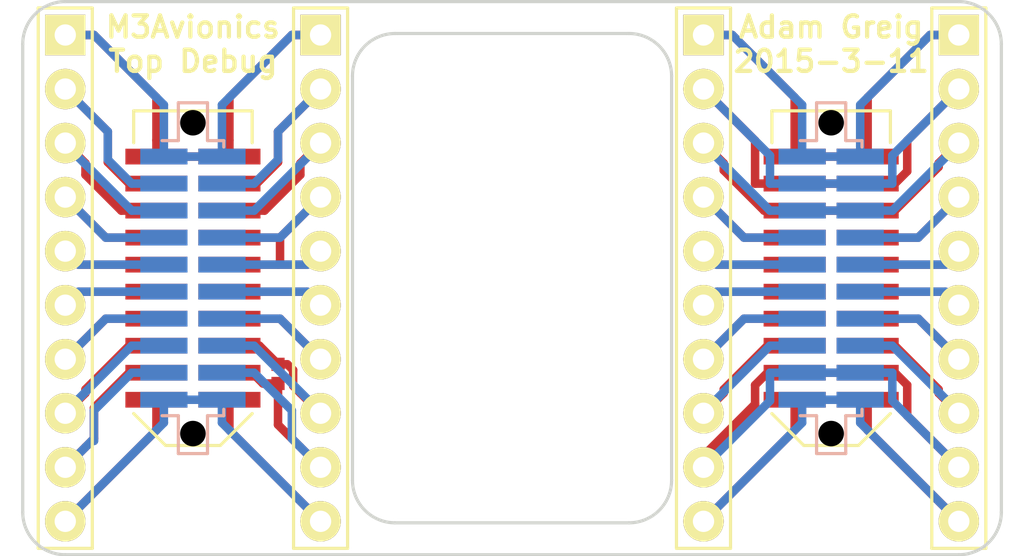
<source format=kicad_pcb>
(kicad_pcb (version 4) (host pcbnew 0.201601071449+6428~40~ubuntu14.04.1-stable)

  (general
    (links 93)
    (no_connects 3)
    (area 75.655 86.844999 124.195 113.155001)
    (thickness 1.6)
    (drawings 18)
    (tracks 247)
    (zones 0)
    (modules 9)
    (nets 30)
  )

  (page A4)
  (layers
    (0 F.Cu signal)
    (31 B.Cu signal)
    (32 B.Adhes user)
    (33 F.Adhes user)
    (34 B.Paste user)
    (35 F.Paste user)
    (36 B.SilkS user)
    (37 F.SilkS user)
    (38 B.Mask user)
    (39 F.Mask user)
    (40 Dwgs.User user)
    (41 Cmts.User user)
    (42 Eco1.User user)
    (43 Eco2.User user)
    (44 Edge.Cuts user)
    (45 Margin user)
    (46 B.CrtYd user)
    (47 F.CrtYd user)
    (48 B.Fab user)
    (49 F.Fab user)
  )

  (setup
    (last_trace_width 0.4)
    (trace_clearance 0.2)
    (zone_clearance 0.508)
    (zone_45_only no)
    (trace_min 0.2)
    (segment_width 0.2)
    (edge_width 0.15)
    (via_size 0.8)
    (via_drill 0.4)
    (via_min_size 0.4)
    (via_min_drill 0.3)
    (uvia_size 0.3)
    (uvia_drill 0.1)
    (uvias_allowed no)
    (uvia_min_size 0.2)
    (uvia_min_drill 0.1)
    (pcb_text_width 0.3)
    (pcb_text_size 1.5 1.5)
    (mod_edge_width 0.15)
    (mod_text_size 1 1)
    (mod_text_width 0.15)
    (pad_size 1.524 1.524)
    (pad_drill 0.762)
    (pad_to_mask_clearance 0)
    (aux_axis_origin 0 0)
    (visible_elements FFFFFF7F)
    (pcbplotparams
      (layerselection 0x010f0_ffffffff)
      (usegerberextensions true)
      (excludeedgelayer true)
      (linewidth 0.100000)
      (plotframeref false)
      (viasonmask false)
      (mode 1)
      (useauxorigin false)
      (hpglpennumber 1)
      (hpglpenspeed 20)
      (hpglpendiameter 15)
      (hpglpenoverlay 2)
      (psnegative false)
      (psa4output false)
      (plotreference false)
      (plotvalue false)
      (plotinvisibletext false)
      (padsonsilk false)
      (subtractmaskfromsilk true)
      (outputformat 1)
      (mirror false)
      (drillshape 0)
      (scaleselection 1)
      (outputdirectory gerbers/))
  )

  (net 0 "")
  (net 1 GND)
  (net 2 /3v3_IMU)
  (net 3 /JTMS)
  (net 4 /3v3_RADIO)
  (net 5 /JTCK)
  (net 6 /3v3_FC)
  (net 7 /JTDI)
  (net 8 /3v3_PYRO)
  (net 9 /3v3_DL)
  (net 10 /RSVD1)
  (net 11 /3v3_AUX1)
  (net 12 /5v_CAN)
  (net 13 /3v3_AUX2)
  (net 14 /CAN-)
  (net 15 /RSVD2)
  (net 16 /CAN+)
  (net 17 /PYRO_SO)
  (net 18 /PYRO_SI)
  (net 19 /5v_RADIO)
  (net 20 /PYRO1)
  (net 21 /5v_IMU)
  (net 22 /PYRO2)
  (net 23 /5v_AUX1)
  (net 24 /PYRO3)
  (net 25 /5v_AUX2)
  (net 26 /PYRO4)
  (net 27 /5v_CAM)
  (net 28 /PWR)
  (net 29 /CHARGE)

  (net_class Default "This is the default net class."
    (clearance 0.2)
    (trace_width 0.4)
    (via_dia 0.8)
    (via_drill 0.4)
    (uvia_dia 0.3)
    (uvia_drill 0.1)
    (add_net /3v3_AUX1)
    (add_net /3v3_AUX2)
    (add_net /3v3_DL)
    (add_net /3v3_FC)
    (add_net /3v3_IMU)
    (add_net /3v3_PYRO)
    (add_net /3v3_RADIO)
    (add_net /5v_AUX1)
    (add_net /5v_AUX2)
    (add_net /5v_CAM)
    (add_net /5v_CAN)
    (add_net /5v_IMU)
    (add_net /5v_RADIO)
    (add_net /CAN+)
    (add_net /CAN-)
    (add_net /CHARGE)
    (add_net /JTCK)
    (add_net /JTDI)
    (add_net /JTMS)
    (add_net /PWR)
    (add_net /PYRO1)
    (add_net /PYRO2)
    (add_net /PYRO3)
    (add_net /PYRO4)
    (add_net /PYRO_SI)
    (add_net /PYRO_SO)
    (add_net /RSVD1)
    (add_net /RSVD2)
    (add_net GND)
  )

  (module agg:TFML-110-02-L-D (layer F.Cu) (tedit 56B15E0A) (tstamp 56E215B2)
    (at 85 100 270)
    (path /56BABEF1)
    (fp_text reference J1 (at 0 -4.125 270) (layer F.Fab)
      (effects (font (size 1 1) (thickness 0.15)))
    )
    (fp_text value "WEST TOP" (at 0 4.125 270) (layer F.Fab)
      (effects (font (size 1 1) (thickness 0.15)))
    )
    (fp_line (start -7.94 -2.86) (end 7.94 -2.86) (layer F.Fab) (width 0.01))
    (fp_line (start 7.94 -2.86) (end 7.94 2.86) (layer F.Fab) (width 0.01))
    (fp_line (start 7.94 2.86) (end -7.94 2.86) (layer F.Fab) (width 0.01))
    (fp_line (start -7.94 2.86) (end -7.94 -2.86) (layer F.Fab) (width 0.01))
    (fp_line (start -8.6 -3.45) (end 8.6 -3.45) (layer F.CrtYd) (width 0.01))
    (fp_line (start 8.6 -3.45) (end 8.6 3.45) (layer F.CrtYd) (width 0.01))
    (fp_line (start 8.6 3.45) (end -8.6 3.45) (layer F.CrtYd) (width 0.01))
    (fp_line (start -8.6 3.45) (end -8.6 -3.45) (layer F.CrtYd) (width 0.01))
    (fp_line (start -6.365 -2.785) (end -7.865 -2.785) (layer F.SilkS) (width 0.15))
    (fp_line (start -7.865 -2.785) (end -7.865 2.785) (layer F.SilkS) (width 0.15))
    (fp_line (start -7.865 2.785) (end -6.365 2.785) (layer F.SilkS) (width 0.15))
    (fp_line (start 6.365 2.785) (end 7.865 1.285) (layer F.SilkS) (width 0.15))
    (fp_line (start 7.865 1.285) (end 7.865 -1.285) (layer F.SilkS) (width 0.15))
    (fp_line (start 7.865 -1.285) (end 6.365 -2.785) (layer F.SilkS) (width 0.15))
    (pad 1 smd rect (at -5.715 1.715 270) (size 0.74 2.92) (layers F.Cu F.Paste F.Mask)
      (net 1 GND))
    (pad 2 smd rect (at -5.715 -1.715 270) (size 0.74 2.92) (layers F.Cu F.Paste F.Mask)
      (net 1 GND))
    (pad 3 smd rect (at -4.445 1.715 270) (size 0.74 2.92) (layers F.Cu F.Paste F.Mask)
      (net 2 /3v3_IMU))
    (pad 4 smd rect (at -4.445 -1.715 270) (size 0.74 2.92) (layers F.Cu F.Paste F.Mask)
      (net 3 /JTMS))
    (pad 5 smd rect (at -3.175 1.715 270) (size 0.74 2.92) (layers F.Cu F.Paste F.Mask)
      (net 4 /3v3_RADIO))
    (pad 6 smd rect (at -3.175 -1.715 270) (size 0.74 2.92) (layers F.Cu F.Paste F.Mask)
      (net 5 /JTCK))
    (pad 7 smd rect (at -1.905 1.715 270) (size 0.74 2.92) (layers F.Cu F.Paste F.Mask)
      (net 6 /3v3_FC))
    (pad 8 smd rect (at -1.905 -1.715 270) (size 0.74 2.92) (layers F.Cu F.Paste F.Mask)
      (net 7 /JTDI))
    (pad 9 smd rect (at -0.635 1.715 270) (size 0.74 2.92) (layers F.Cu F.Paste F.Mask)
      (net 8 /3v3_PYRO))
    (pad 10 smd rect (at -0.635 -1.715 270) (size 0.74 2.92) (layers F.Cu F.Paste F.Mask)
      (net 7 /JTDI))
    (pad 11 smd rect (at 0.635 1.715 270) (size 0.74 2.92) (layers F.Cu F.Paste F.Mask)
      (net 9 /3v3_DL))
    (pad 12 smd rect (at 0.635 -1.715 270) (size 0.74 2.92) (layers F.Cu F.Paste F.Mask)
      (net 10 /RSVD1))
    (pad 13 smd rect (at 1.905 1.715 270) (size 0.74 2.92) (layers F.Cu F.Paste F.Mask)
      (net 11 /3v3_AUX1))
    (pad 14 smd rect (at 1.905 -1.715 270) (size 0.74 2.92) (layers F.Cu F.Paste F.Mask)
      (net 12 /5v_CAN))
    (pad 15 smd rect (at 3.175 1.715 270) (size 0.74 2.92) (layers F.Cu F.Paste F.Mask)
      (net 13 /3v3_AUX2))
    (pad 16 smd rect (at 3.175 -1.715 270) (size 0.74 2.92) (layers F.Cu F.Paste F.Mask)
      (net 14 /CAN-))
    (pad 17 smd rect (at 4.445 1.715 270) (size 0.74 2.92) (layers F.Cu F.Paste F.Mask)
      (net 15 /RSVD2))
    (pad 18 smd rect (at 4.445 -1.715 270) (size 0.74 2.92) (layers F.Cu F.Paste F.Mask)
      (net 16 /CAN+))
    (pad 19 smd rect (at 5.715 1.715 270) (size 0.74 2.92) (layers F.Cu F.Paste F.Mask)
      (net 1 GND))
    (pad 20 smd rect (at 5.715 -1.715 270) (size 0.74 2.92) (layers F.Cu F.Paste F.Mask)
      (net 1 GND))
  )

  (module agg:TFML-110-02-L-D (layer F.Cu) (tedit 56B15E0A) (tstamp 56E215D8)
    (at 115 100 270)
    (path /56BABE9D)
    (fp_text reference J2 (at 0 -4.125 270) (layer F.Fab)
      (effects (font (size 1 1) (thickness 0.15)))
    )
    (fp_text value "EAST TOP" (at 0 4.125 270) (layer F.Fab)
      (effects (font (size 1 1) (thickness 0.15)))
    )
    (fp_line (start -7.94 -2.86) (end 7.94 -2.86) (layer F.Fab) (width 0.01))
    (fp_line (start 7.94 -2.86) (end 7.94 2.86) (layer F.Fab) (width 0.01))
    (fp_line (start 7.94 2.86) (end -7.94 2.86) (layer F.Fab) (width 0.01))
    (fp_line (start -7.94 2.86) (end -7.94 -2.86) (layer F.Fab) (width 0.01))
    (fp_line (start -8.6 -3.45) (end 8.6 -3.45) (layer F.CrtYd) (width 0.01))
    (fp_line (start 8.6 -3.45) (end 8.6 3.45) (layer F.CrtYd) (width 0.01))
    (fp_line (start 8.6 3.45) (end -8.6 3.45) (layer F.CrtYd) (width 0.01))
    (fp_line (start -8.6 3.45) (end -8.6 -3.45) (layer F.CrtYd) (width 0.01))
    (fp_line (start -6.365 -2.785) (end -7.865 -2.785) (layer F.SilkS) (width 0.15))
    (fp_line (start -7.865 -2.785) (end -7.865 2.785) (layer F.SilkS) (width 0.15))
    (fp_line (start -7.865 2.785) (end -6.365 2.785) (layer F.SilkS) (width 0.15))
    (fp_line (start 6.365 2.785) (end 7.865 1.285) (layer F.SilkS) (width 0.15))
    (fp_line (start 7.865 1.285) (end 7.865 -1.285) (layer F.SilkS) (width 0.15))
    (fp_line (start 7.865 -1.285) (end 6.365 -2.785) (layer F.SilkS) (width 0.15))
    (pad 1 smd rect (at -5.715 1.715 270) (size 0.74 2.92) (layers F.Cu F.Paste F.Mask)
      (net 1 GND))
    (pad 2 smd rect (at -5.715 -1.715 270) (size 0.74 2.92) (layers F.Cu F.Paste F.Mask)
      (net 1 GND))
    (pad 3 smd rect (at -4.445 1.715 270) (size 0.74 2.92) (layers F.Cu F.Paste F.Mask)
      (net 17 /PYRO_SO))
    (pad 4 smd rect (at -4.445 -1.715 270) (size 0.74 2.92) (layers F.Cu F.Paste F.Mask)
      (net 17 /PYRO_SO))
    (pad 5 smd rect (at -3.175 1.715 270) (size 0.74 2.92) (layers F.Cu F.Paste F.Mask)
      (net 18 /PYRO_SI))
    (pad 6 smd rect (at -3.175 -1.715 270) (size 0.74 2.92) (layers F.Cu F.Paste F.Mask)
      (net 18 /PYRO_SI))
    (pad 7 smd rect (at -1.905 1.715 270) (size 0.74 2.92) (layers F.Cu F.Paste F.Mask)
      (net 19 /5v_RADIO))
    (pad 8 smd rect (at -1.905 -1.715 270) (size 0.74 2.92) (layers F.Cu F.Paste F.Mask)
      (net 20 /PYRO1))
    (pad 9 smd rect (at -0.635 1.715 270) (size 0.74 2.92) (layers F.Cu F.Paste F.Mask)
      (net 21 /5v_IMU))
    (pad 10 smd rect (at -0.635 -1.715 270) (size 0.74 2.92) (layers F.Cu F.Paste F.Mask)
      (net 22 /PYRO2))
    (pad 11 smd rect (at 0.635 1.715 270) (size 0.74 2.92) (layers F.Cu F.Paste F.Mask)
      (net 23 /5v_AUX1))
    (pad 12 smd rect (at 0.635 -1.715 270) (size 0.74 2.92) (layers F.Cu F.Paste F.Mask)
      (net 24 /PYRO3))
    (pad 13 smd rect (at 1.905 1.715 270) (size 0.74 2.92) (layers F.Cu F.Paste F.Mask)
      (net 25 /5v_AUX2))
    (pad 14 smd rect (at 1.905 -1.715 270) (size 0.74 2.92) (layers F.Cu F.Paste F.Mask)
      (net 26 /PYRO4))
    (pad 15 smd rect (at 3.175 1.715 270) (size 0.74 2.92) (layers F.Cu F.Paste F.Mask)
      (net 27 /5v_CAM))
    (pad 16 smd rect (at 3.175 -1.715 270) (size 0.74 2.92) (layers F.Cu F.Paste F.Mask)
      (net 28 /PWR))
    (pad 17 smd rect (at 4.445 1.715 270) (size 0.74 2.92) (layers F.Cu F.Paste F.Mask)
      (net 29 /CHARGE))
    (pad 18 smd rect (at 4.445 -1.715 270) (size 0.74 2.92) (layers F.Cu F.Paste F.Mask)
      (net 29 /CHARGE))
    (pad 19 smd rect (at 5.715 1.715 270) (size 0.74 2.92) (layers F.Cu F.Paste F.Mask)
      (net 1 GND))
    (pad 20 smd rect (at 5.715 -1.715 270) (size 0.74 2.92) (layers F.Cu F.Paste F.Mask)
      (net 1 GND))
  )

  (module agg:SFML-110-02-L-D-LC (layer B.Cu) (tedit 56B16747) (tstamp 56E2160E)
    (at 85 100 270)
    (path /56BABF81)
    (fp_text reference J3 (at 0 4.125 270) (layer B.Fab)
      (effects (font (size 1 1) (thickness 0.15)) (justify mirror))
    )
    (fp_text value "WEST BOT" (at 0 -4.125 270) (layer B.Fab)
      (effects (font (size 1 1) (thickness 0.15)) (justify mirror))
    )
    (fp_line (start -6.54 1.525) (end 6.54 1.525) (layer B.Fab) (width 0.01))
    (fp_line (start 6.54 1.525) (end 6.54 0.76) (layer B.Fab) (width 0.01))
    (fp_line (start 6.54 0.76) (end 8.32 0.76) (layer B.Fab) (width 0.01))
    (fp_line (start 8.32 0.76) (end 8.32 -0.76) (layer B.Fab) (width 0.01))
    (fp_line (start 8.32 -0.76) (end 6.54 -0.76) (layer B.Fab) (width 0.01))
    (fp_line (start 6.54 -0.76) (end 6.54 -1.525) (layer B.Fab) (width 0.01))
    (fp_line (start 6.54 -1.525) (end -6.54 -1.525) (layer B.Fab) (width 0.01))
    (fp_line (start -6.54 -1.525) (end -6.54 -0.76) (layer B.Fab) (width 0.01))
    (fp_line (start -6.54 -0.76) (end -8.32 -0.76) (layer B.Fab) (width 0.01))
    (fp_line (start -8.32 -0.76) (end -8.32 0.76) (layer B.Fab) (width 0.01))
    (fp_line (start -8.32 0.76) (end -6.54 0.76) (layer B.Fab) (width 0.01))
    (fp_line (start -6.54 0.76) (end -6.54 1.525) (layer B.Fab) (width 0.01))
    (fp_line (start -8.6 3.45) (end 8.6 3.45) (layer B.CrtYd) (width 0.01))
    (fp_line (start 8.6 3.45) (end 8.6 -3.45) (layer B.CrtYd) (width 0.01))
    (fp_line (start 8.6 -3.45) (end -8.6 -3.45) (layer B.CrtYd) (width 0.01))
    (fp_line (start -8.6 -3.45) (end -8.6 3.45) (layer B.CrtYd) (width 0.01))
    (fp_line (start 6.465 1.45) (end 6.465 0.685) (layer B.SilkS) (width 0.15))
    (fp_line (start 6.465 0.685) (end 8.245 0.685) (layer B.SilkS) (width 0.15))
    (fp_line (start 8.245 0.685) (end 8.245 -0.685) (layer B.SilkS) (width 0.15))
    (fp_line (start 8.245 -0.685) (end 6.465 -0.685) (layer B.SilkS) (width 0.15))
    (fp_line (start 6.465 -0.685) (end 6.465 -1.45) (layer B.SilkS) (width 0.15))
    (fp_line (start 6.465 -1.45) (end 6.165 -1.45) (layer B.SilkS) (width 0.15))
    (fp_line (start -6.165 -1.45) (end -6.465 -1.45) (layer B.SilkS) (width 0.15))
    (fp_line (start -6.465 -1.45) (end -6.465 -0.685) (layer B.SilkS) (width 0.15))
    (fp_line (start -6.465 -0.685) (end -8.245 -0.685) (layer B.SilkS) (width 0.15))
    (fp_line (start -8.245 -0.685) (end -8.245 0.685) (layer B.SilkS) (width 0.15))
    (fp_line (start -8.245 0.685) (end -6.465 0.685) (layer B.SilkS) (width 0.15))
    (fp_line (start -6.465 0.685) (end -6.465 1.45) (layer B.SilkS) (width 0.15))
    (pad 1 smd rect (at -5.715 1.365 270) (size 0.74 2.22) (layers B.Cu B.Paste B.Mask)
      (net 1 GND))
    (pad 2 smd rect (at -5.715 -1.365 270) (size 0.74 2.22) (layers B.Cu B.Paste B.Mask)
      (net 1 GND))
    (pad 3 smd rect (at -4.445 1.365 270) (size 0.74 2.22) (layers B.Cu B.Paste B.Mask)
      (net 2 /3v3_IMU))
    (pad 4 smd rect (at -4.445 -1.365 270) (size 0.74 2.22) (layers B.Cu B.Paste B.Mask)
      (net 3 /JTMS))
    (pad 5 smd rect (at -3.175 1.365 270) (size 0.74 2.22) (layers B.Cu B.Paste B.Mask)
      (net 4 /3v3_RADIO))
    (pad 6 smd rect (at -3.175 -1.365 270) (size 0.74 2.22) (layers B.Cu B.Paste B.Mask)
      (net 5 /JTCK))
    (pad 7 smd rect (at -1.905 1.365 270) (size 0.74 2.22) (layers B.Cu B.Paste B.Mask)
      (net 6 /3v3_FC))
    (pad 8 smd rect (at -1.905 -1.365 270) (size 0.74 2.22) (layers B.Cu B.Paste B.Mask)
      (net 7 /JTDI))
    (pad 9 smd rect (at -0.635 1.365 270) (size 0.74 2.22) (layers B.Cu B.Paste B.Mask)
      (net 8 /3v3_PYRO))
    (pad 10 smd rect (at -0.635 -1.365 270) (size 0.74 2.22) (layers B.Cu B.Paste B.Mask)
      (net 7 /JTDI))
    (pad 11 smd rect (at 0.635 1.365 270) (size 0.74 2.22) (layers B.Cu B.Paste B.Mask)
      (net 9 /3v3_DL))
    (pad 12 smd rect (at 0.635 -1.365 270) (size 0.74 2.22) (layers B.Cu B.Paste B.Mask)
      (net 10 /RSVD1))
    (pad 13 smd rect (at 1.905 1.365 270) (size 0.74 2.22) (layers B.Cu B.Paste B.Mask)
      (net 11 /3v3_AUX1))
    (pad 14 smd rect (at 1.905 -1.365 270) (size 0.74 2.22) (layers B.Cu B.Paste B.Mask)
      (net 12 /5v_CAN))
    (pad 15 smd rect (at 3.175 1.365 270) (size 0.74 2.22) (layers B.Cu B.Paste B.Mask)
      (net 13 /3v3_AUX2))
    (pad 16 smd rect (at 3.175 -1.365 270) (size 0.74 2.22) (layers B.Cu B.Paste B.Mask)
      (net 14 /CAN-))
    (pad 17 smd rect (at 4.445 1.365 270) (size 0.74 2.22) (layers B.Cu B.Paste B.Mask)
      (net 15 /RSVD2))
    (pad 18 smd rect (at 4.445 -1.365 270) (size 0.74 2.22) (layers B.Cu B.Paste B.Mask)
      (net 16 /CAN+))
    (pad 19 smd rect (at 5.715 1.365 270) (size 0.74 2.22) (layers B.Cu B.Paste B.Mask)
      (net 1 GND))
    (pad 20 smd rect (at 5.715 -1.365 270) (size 0.74 2.22) (layers B.Cu B.Paste B.Mask)
      (net 1 GND))
    (pad "" np_thru_hole circle (at 7.305 0 270) (size 1.2 1.2) (drill 1.2) (layers *.Mask))
    (pad "" np_thru_hole circle (at -7.305 0 270) (size 1.2 1.2) (drill 1.2) (layers *.Mask))
  )

  (module agg:SFML-110-02-L-D-LC (layer B.Cu) (tedit 56B16747) (tstamp 56E21644)
    (at 115 100 270)
    (path /56BABF51)
    (fp_text reference J4 (at 0 4.125 270) (layer B.Fab)
      (effects (font (size 1 1) (thickness 0.15)) (justify mirror))
    )
    (fp_text value "EAST BOT" (at 0 -4.125 270) (layer B.Fab)
      (effects (font (size 1 1) (thickness 0.15)) (justify mirror))
    )
    (fp_line (start -6.54 1.525) (end 6.54 1.525) (layer B.Fab) (width 0.01))
    (fp_line (start 6.54 1.525) (end 6.54 0.76) (layer B.Fab) (width 0.01))
    (fp_line (start 6.54 0.76) (end 8.32 0.76) (layer B.Fab) (width 0.01))
    (fp_line (start 8.32 0.76) (end 8.32 -0.76) (layer B.Fab) (width 0.01))
    (fp_line (start 8.32 -0.76) (end 6.54 -0.76) (layer B.Fab) (width 0.01))
    (fp_line (start 6.54 -0.76) (end 6.54 -1.525) (layer B.Fab) (width 0.01))
    (fp_line (start 6.54 -1.525) (end -6.54 -1.525) (layer B.Fab) (width 0.01))
    (fp_line (start -6.54 -1.525) (end -6.54 -0.76) (layer B.Fab) (width 0.01))
    (fp_line (start -6.54 -0.76) (end -8.32 -0.76) (layer B.Fab) (width 0.01))
    (fp_line (start -8.32 -0.76) (end -8.32 0.76) (layer B.Fab) (width 0.01))
    (fp_line (start -8.32 0.76) (end -6.54 0.76) (layer B.Fab) (width 0.01))
    (fp_line (start -6.54 0.76) (end -6.54 1.525) (layer B.Fab) (width 0.01))
    (fp_line (start -8.6 3.45) (end 8.6 3.45) (layer B.CrtYd) (width 0.01))
    (fp_line (start 8.6 3.45) (end 8.6 -3.45) (layer B.CrtYd) (width 0.01))
    (fp_line (start 8.6 -3.45) (end -8.6 -3.45) (layer B.CrtYd) (width 0.01))
    (fp_line (start -8.6 -3.45) (end -8.6 3.45) (layer B.CrtYd) (width 0.01))
    (fp_line (start 6.465 1.45) (end 6.465 0.685) (layer B.SilkS) (width 0.15))
    (fp_line (start 6.465 0.685) (end 8.245 0.685) (layer B.SilkS) (width 0.15))
    (fp_line (start 8.245 0.685) (end 8.245 -0.685) (layer B.SilkS) (width 0.15))
    (fp_line (start 8.245 -0.685) (end 6.465 -0.685) (layer B.SilkS) (width 0.15))
    (fp_line (start 6.465 -0.685) (end 6.465 -1.45) (layer B.SilkS) (width 0.15))
    (fp_line (start 6.465 -1.45) (end 6.165 -1.45) (layer B.SilkS) (width 0.15))
    (fp_line (start -6.165 -1.45) (end -6.465 -1.45) (layer B.SilkS) (width 0.15))
    (fp_line (start -6.465 -1.45) (end -6.465 -0.685) (layer B.SilkS) (width 0.15))
    (fp_line (start -6.465 -0.685) (end -8.245 -0.685) (layer B.SilkS) (width 0.15))
    (fp_line (start -8.245 -0.685) (end -8.245 0.685) (layer B.SilkS) (width 0.15))
    (fp_line (start -8.245 0.685) (end -6.465 0.685) (layer B.SilkS) (width 0.15))
    (fp_line (start -6.465 0.685) (end -6.465 1.45) (layer B.SilkS) (width 0.15))
    (pad 1 smd rect (at -5.715 1.365 270) (size 0.74 2.22) (layers B.Cu B.Paste B.Mask)
      (net 1 GND))
    (pad 2 smd rect (at -5.715 -1.365 270) (size 0.74 2.22) (layers B.Cu B.Paste B.Mask)
      (net 1 GND))
    (pad 3 smd rect (at -4.445 1.365 270) (size 0.74 2.22) (layers B.Cu B.Paste B.Mask)
      (net 17 /PYRO_SO))
    (pad 4 smd rect (at -4.445 -1.365 270) (size 0.74 2.22) (layers B.Cu B.Paste B.Mask)
      (net 17 /PYRO_SO))
    (pad 5 smd rect (at -3.175 1.365 270) (size 0.74 2.22) (layers B.Cu B.Paste B.Mask)
      (net 18 /PYRO_SI))
    (pad 6 smd rect (at -3.175 -1.365 270) (size 0.74 2.22) (layers B.Cu B.Paste B.Mask)
      (net 18 /PYRO_SI))
    (pad 7 smd rect (at -1.905 1.365 270) (size 0.74 2.22) (layers B.Cu B.Paste B.Mask)
      (net 19 /5v_RADIO))
    (pad 8 smd rect (at -1.905 -1.365 270) (size 0.74 2.22) (layers B.Cu B.Paste B.Mask)
      (net 20 /PYRO1))
    (pad 9 smd rect (at -0.635 1.365 270) (size 0.74 2.22) (layers B.Cu B.Paste B.Mask)
      (net 21 /5v_IMU))
    (pad 10 smd rect (at -0.635 -1.365 270) (size 0.74 2.22) (layers B.Cu B.Paste B.Mask)
      (net 22 /PYRO2))
    (pad 11 smd rect (at 0.635 1.365 270) (size 0.74 2.22) (layers B.Cu B.Paste B.Mask)
      (net 23 /5v_AUX1))
    (pad 12 smd rect (at 0.635 -1.365 270) (size 0.74 2.22) (layers B.Cu B.Paste B.Mask)
      (net 24 /PYRO3))
    (pad 13 smd rect (at 1.905 1.365 270) (size 0.74 2.22) (layers B.Cu B.Paste B.Mask)
      (net 25 /5v_AUX2))
    (pad 14 smd rect (at 1.905 -1.365 270) (size 0.74 2.22) (layers B.Cu B.Paste B.Mask)
      (net 26 /PYRO4))
    (pad 15 smd rect (at 3.175 1.365 270) (size 0.74 2.22) (layers B.Cu B.Paste B.Mask)
      (net 27 /5v_CAM))
    (pad 16 smd rect (at 3.175 -1.365 270) (size 0.74 2.22) (layers B.Cu B.Paste B.Mask)
      (net 28 /PWR))
    (pad 17 smd rect (at 4.445 1.365 270) (size 0.74 2.22) (layers B.Cu B.Paste B.Mask)
      (net 29 /CHARGE))
    (pad 18 smd rect (at 4.445 -1.365 270) (size 0.74 2.22) (layers B.Cu B.Paste B.Mask)
      (net 29 /CHARGE))
    (pad 19 smd rect (at 5.715 1.365 270) (size 0.74 2.22) (layers B.Cu B.Paste B.Mask)
      (net 1 GND))
    (pad 20 smd rect (at 5.715 -1.365 270) (size 0.74 2.22) (layers B.Cu B.Paste B.Mask)
      (net 1 GND))
    (pad "" np_thru_hole circle (at 7.305 0 270) (size 1.2 1.2) (drill 1.2) (layers *.Mask))
    (pad "" np_thru_hole circle (at -7.305 0 270) (size 1.2 1.2) (drill 1.2) (layers *.Mask))
  )

  (module agg:0402 (layer F.Cu) (tedit 56836635) (tstamp 56E21654)
    (at 89 104.5 90)
    (path /56BAC2A4)
    (fp_text reference R1 (at -1.71 0 180) (layer F.Fab)
      (effects (font (size 1 1) (thickness 0.15)))
    )
    (fp_text value 120 (at 1.71 0 180) (layer F.Fab)
      (effects (font (size 1 1) (thickness 0.15)))
    )
    (fp_line (start -0.5 -0.25) (end 0.5 -0.25) (layer F.Fab) (width 0.01))
    (fp_line (start 0.5 -0.25) (end 0.5 0.25) (layer F.Fab) (width 0.01))
    (fp_line (start 0.5 0.25) (end -0.5 0.25) (layer F.Fab) (width 0.01))
    (fp_line (start -0.5 0.25) (end -0.5 -0.25) (layer F.Fab) (width 0.01))
    (fp_line (start -0.2 -0.25) (end -0.2 0.25) (layer F.Fab) (width 0.01))
    (fp_line (start 0.2 -0.25) (end 0.2 0.25) (layer F.Fab) (width 0.01))
    (fp_line (start -1.05 -0.6) (end 1.05 -0.6) (layer F.CrtYd) (width 0.01))
    (fp_line (start 1.05 -0.6) (end 1.05 0.6) (layer F.CrtYd) (width 0.01))
    (fp_line (start 1.05 0.6) (end -1.05 0.6) (layer F.CrtYd) (width 0.01))
    (fp_line (start -1.05 0.6) (end -1.05 -0.6) (layer F.CrtYd) (width 0.01))
    (pad 1 smd rect (at -0.45 0 90) (size 0.62 0.62) (layers F.Cu F.Paste F.Mask)
      (net 16 /CAN+))
    (pad 2 smd rect (at 0.45 0 90) (size 0.62 0.62) (layers F.Cu F.Paste F.Mask)
      (net 14 /CAN-))
  )

  (module agg:SIL-254P-10 (layer F.Cu) (tedit 56C3F8AB) (tstamp 56E239F2)
    (at 79 100 270)
    (path /56E21AA6)
    (fp_text reference J5 (at 0 -2.22 270) (layer F.Fab)
      (effects (font (size 1 1) (thickness 0.15)))
    )
    (fp_text value CONN_01x10 (at 0 2.22 270) (layer F.Fab)
      (effects (font (size 1 1) (thickness 0.15)))
    )
    (fp_line (start -12.7 -1.27) (end 12.7 -1.27) (layer F.Fab) (width 0.01))
    (fp_line (start 12.7 -1.27) (end 12.7 1.27) (layer F.Fab) (width 0.01))
    (fp_line (start 12.7 1.27) (end -12.7 1.27) (layer F.Fab) (width 0.01))
    (fp_line (start -12.7 1.27) (end -12.7 -1.27) (layer F.Fab) (width 0.01))
    (fp_line (start -12.7 -1.27) (end 12.7 -1.27) (layer F.SilkS) (width 0.15))
    (fp_line (start 12.7 -1.27) (end 12.7 1.27) (layer F.SilkS) (width 0.15))
    (fp_line (start 12.7 1.27) (end -12.7 1.27) (layer F.SilkS) (width 0.15))
    (fp_line (start -12.7 1.27) (end -12.7 -1.27) (layer F.SilkS) (width 0.15))
    (fp_line (start -12.95 -1.55) (end 12.95 -1.55) (layer F.CrtYd) (width 0.01))
    (fp_line (start 12.95 -1.55) (end 12.95 1.55) (layer F.CrtYd) (width 0.01))
    (fp_line (start 12.95 1.55) (end -12.95 1.55) (layer F.CrtYd) (width 0.01))
    (fp_line (start -12.95 1.55) (end -12.95 -1.55) (layer F.CrtYd) (width 0.01))
    (pad 1 thru_hole rect (at -11.43 0 270) (size 1.9 1.9) (drill 1) (layers *.Cu *.Mask F.SilkS)
      (net 1 GND))
    (pad 2 thru_hole circle (at -8.89 0 270) (size 1.9 1.9) (drill 1) (layers *.Cu *.Mask F.SilkS)
      (net 2 /3v3_IMU))
    (pad 3 thru_hole circle (at -6.35 0 270) (size 1.9 1.9) (drill 1) (layers *.Cu *.Mask F.SilkS)
      (net 4 /3v3_RADIO))
    (pad 4 thru_hole circle (at -3.81 0 270) (size 1.9 1.9) (drill 1) (layers *.Cu *.Mask F.SilkS)
      (net 6 /3v3_FC))
    (pad 5 thru_hole circle (at -1.27 0 270) (size 1.9 1.9) (drill 1) (layers *.Cu *.Mask F.SilkS)
      (net 8 /3v3_PYRO))
    (pad 6 thru_hole circle (at 1.27 0 270) (size 1.9 1.9) (drill 1) (layers *.Cu *.Mask F.SilkS)
      (net 9 /3v3_DL))
    (pad 7 thru_hole circle (at 3.81 0 270) (size 1.9 1.9) (drill 1) (layers *.Cu *.Mask F.SilkS)
      (net 11 /3v3_AUX1))
    (pad 8 thru_hole circle (at 6.35 0 270) (size 1.9 1.9) (drill 1) (layers *.Cu *.Mask F.SilkS)
      (net 13 /3v3_AUX2))
    (pad 9 thru_hole circle (at 8.89 0 270) (size 1.9 1.9) (drill 1) (layers *.Cu *.Mask F.SilkS)
      (net 15 /RSVD2))
    (pad 10 thru_hole circle (at 11.43 0 270) (size 1.9 1.9) (drill 1) (layers *.Cu *.Mask F.SilkS)
      (net 1 GND))
  )

  (module agg:SIL-254P-10 (layer F.Cu) (tedit 56C3F8AB) (tstamp 56E23A0C)
    (at 91 100 270)
    (path /56E222B1)
    (fp_text reference J6 (at 0 -2.22 270) (layer F.Fab)
      (effects (font (size 1 1) (thickness 0.15)))
    )
    (fp_text value CONN_01x10 (at 0 2.22 270) (layer F.Fab)
      (effects (font (size 1 1) (thickness 0.15)))
    )
    (fp_line (start -12.7 -1.27) (end 12.7 -1.27) (layer F.Fab) (width 0.01))
    (fp_line (start 12.7 -1.27) (end 12.7 1.27) (layer F.Fab) (width 0.01))
    (fp_line (start 12.7 1.27) (end -12.7 1.27) (layer F.Fab) (width 0.01))
    (fp_line (start -12.7 1.27) (end -12.7 -1.27) (layer F.Fab) (width 0.01))
    (fp_line (start -12.7 -1.27) (end 12.7 -1.27) (layer F.SilkS) (width 0.15))
    (fp_line (start 12.7 -1.27) (end 12.7 1.27) (layer F.SilkS) (width 0.15))
    (fp_line (start 12.7 1.27) (end -12.7 1.27) (layer F.SilkS) (width 0.15))
    (fp_line (start -12.7 1.27) (end -12.7 -1.27) (layer F.SilkS) (width 0.15))
    (fp_line (start -12.95 -1.55) (end 12.95 -1.55) (layer F.CrtYd) (width 0.01))
    (fp_line (start 12.95 -1.55) (end 12.95 1.55) (layer F.CrtYd) (width 0.01))
    (fp_line (start 12.95 1.55) (end -12.95 1.55) (layer F.CrtYd) (width 0.01))
    (fp_line (start -12.95 1.55) (end -12.95 -1.55) (layer F.CrtYd) (width 0.01))
    (pad 1 thru_hole rect (at -11.43 0 270) (size 1.9 1.9) (drill 1) (layers *.Cu *.Mask F.SilkS)
      (net 1 GND))
    (pad 2 thru_hole circle (at -8.89 0 270) (size 1.9 1.9) (drill 1) (layers *.Cu *.Mask F.SilkS)
      (net 3 /JTMS))
    (pad 3 thru_hole circle (at -6.35 0 270) (size 1.9 1.9) (drill 1) (layers *.Cu *.Mask F.SilkS)
      (net 5 /JTCK))
    (pad 4 thru_hole circle (at -3.81 0 270) (size 1.9 1.9) (drill 1) (layers *.Cu *.Mask F.SilkS)
      (net 7 /JTDI))
    (pad 5 thru_hole circle (at -1.27 0 270) (size 1.9 1.9) (drill 1) (layers *.Cu *.Mask F.SilkS)
      (net 7 /JTDI))
    (pad 6 thru_hole circle (at 1.27 0 270) (size 1.9 1.9) (drill 1) (layers *.Cu *.Mask F.SilkS)
      (net 10 /RSVD1))
    (pad 7 thru_hole circle (at 3.81 0 270) (size 1.9 1.9) (drill 1) (layers *.Cu *.Mask F.SilkS)
      (net 12 /5v_CAN))
    (pad 8 thru_hole circle (at 6.35 0 270) (size 1.9 1.9) (drill 1) (layers *.Cu *.Mask F.SilkS)
      (net 14 /CAN-))
    (pad 9 thru_hole circle (at 8.89 0 270) (size 1.9 1.9) (drill 1) (layers *.Cu *.Mask F.SilkS)
      (net 16 /CAN+))
    (pad 10 thru_hole circle (at 11.43 0 270) (size 1.9 1.9) (drill 1) (layers *.Cu *.Mask F.SilkS)
      (net 1 GND))
  )

  (module agg:SIL-254P-10 (layer F.Cu) (tedit 56C3F8AB) (tstamp 56E23A26)
    (at 109 100 270)
    (path /56E22AC8)
    (fp_text reference J7 (at 0 -2.22 270) (layer F.Fab)
      (effects (font (size 1 1) (thickness 0.15)))
    )
    (fp_text value CONN_01x10 (at 0 2.22 270) (layer F.Fab)
      (effects (font (size 1 1) (thickness 0.15)))
    )
    (fp_line (start -12.7 -1.27) (end 12.7 -1.27) (layer F.Fab) (width 0.01))
    (fp_line (start 12.7 -1.27) (end 12.7 1.27) (layer F.Fab) (width 0.01))
    (fp_line (start 12.7 1.27) (end -12.7 1.27) (layer F.Fab) (width 0.01))
    (fp_line (start -12.7 1.27) (end -12.7 -1.27) (layer F.Fab) (width 0.01))
    (fp_line (start -12.7 -1.27) (end 12.7 -1.27) (layer F.SilkS) (width 0.15))
    (fp_line (start 12.7 -1.27) (end 12.7 1.27) (layer F.SilkS) (width 0.15))
    (fp_line (start 12.7 1.27) (end -12.7 1.27) (layer F.SilkS) (width 0.15))
    (fp_line (start -12.7 1.27) (end -12.7 -1.27) (layer F.SilkS) (width 0.15))
    (fp_line (start -12.95 -1.55) (end 12.95 -1.55) (layer F.CrtYd) (width 0.01))
    (fp_line (start 12.95 -1.55) (end 12.95 1.55) (layer F.CrtYd) (width 0.01))
    (fp_line (start 12.95 1.55) (end -12.95 1.55) (layer F.CrtYd) (width 0.01))
    (fp_line (start -12.95 1.55) (end -12.95 -1.55) (layer F.CrtYd) (width 0.01))
    (pad 1 thru_hole rect (at -11.43 0 270) (size 1.9 1.9) (drill 1) (layers *.Cu *.Mask F.SilkS)
      (net 1 GND))
    (pad 2 thru_hole circle (at -8.89 0 270) (size 1.9 1.9) (drill 1) (layers *.Cu *.Mask F.SilkS)
      (net 17 /PYRO_SO))
    (pad 3 thru_hole circle (at -6.35 0 270) (size 1.9 1.9) (drill 1) (layers *.Cu *.Mask F.SilkS)
      (net 18 /PYRO_SI))
    (pad 4 thru_hole circle (at -3.81 0 270) (size 1.9 1.9) (drill 1) (layers *.Cu *.Mask F.SilkS)
      (net 19 /5v_RADIO))
    (pad 5 thru_hole circle (at -1.27 0 270) (size 1.9 1.9) (drill 1) (layers *.Cu *.Mask F.SilkS)
      (net 21 /5v_IMU))
    (pad 6 thru_hole circle (at 1.27 0 270) (size 1.9 1.9) (drill 1) (layers *.Cu *.Mask F.SilkS)
      (net 23 /5v_AUX1))
    (pad 7 thru_hole circle (at 3.81 0 270) (size 1.9 1.9) (drill 1) (layers *.Cu *.Mask F.SilkS)
      (net 25 /5v_AUX2))
    (pad 8 thru_hole circle (at 6.35 0 270) (size 1.9 1.9) (drill 1) (layers *.Cu *.Mask F.SilkS)
      (net 27 /5v_CAM))
    (pad 9 thru_hole circle (at 8.89 0 270) (size 1.9 1.9) (drill 1) (layers *.Cu *.Mask F.SilkS)
      (net 29 /CHARGE))
    (pad 10 thru_hole circle (at 11.43 0 270) (size 1.9 1.9) (drill 1) (layers *.Cu *.Mask F.SilkS)
      (net 1 GND))
  )

  (module agg:SIL-254P-10 (layer F.Cu) (tedit 56C3F8AB) (tstamp 56E23A40)
    (at 121 100 270)
    (path /56E22BDA)
    (fp_text reference J8 (at 0 -2.22 270) (layer F.Fab)
      (effects (font (size 1 1) (thickness 0.15)))
    )
    (fp_text value CONN_01x10 (at 0 2.22 270) (layer F.Fab)
      (effects (font (size 1 1) (thickness 0.15)))
    )
    (fp_line (start -12.7 -1.27) (end 12.7 -1.27) (layer F.Fab) (width 0.01))
    (fp_line (start 12.7 -1.27) (end 12.7 1.27) (layer F.Fab) (width 0.01))
    (fp_line (start 12.7 1.27) (end -12.7 1.27) (layer F.Fab) (width 0.01))
    (fp_line (start -12.7 1.27) (end -12.7 -1.27) (layer F.Fab) (width 0.01))
    (fp_line (start -12.7 -1.27) (end 12.7 -1.27) (layer F.SilkS) (width 0.15))
    (fp_line (start 12.7 -1.27) (end 12.7 1.27) (layer F.SilkS) (width 0.15))
    (fp_line (start 12.7 1.27) (end -12.7 1.27) (layer F.SilkS) (width 0.15))
    (fp_line (start -12.7 1.27) (end -12.7 -1.27) (layer F.SilkS) (width 0.15))
    (fp_line (start -12.95 -1.55) (end 12.95 -1.55) (layer F.CrtYd) (width 0.01))
    (fp_line (start 12.95 -1.55) (end 12.95 1.55) (layer F.CrtYd) (width 0.01))
    (fp_line (start 12.95 1.55) (end -12.95 1.55) (layer F.CrtYd) (width 0.01))
    (fp_line (start -12.95 1.55) (end -12.95 -1.55) (layer F.CrtYd) (width 0.01))
    (pad 1 thru_hole rect (at -11.43 0 270) (size 1.9 1.9) (drill 1) (layers *.Cu *.Mask F.SilkS)
      (net 1 GND))
    (pad 2 thru_hole circle (at -8.89 0 270) (size 1.9 1.9) (drill 1) (layers *.Cu *.Mask F.SilkS)
      (net 17 /PYRO_SO))
    (pad 3 thru_hole circle (at -6.35 0 270) (size 1.9 1.9) (drill 1) (layers *.Cu *.Mask F.SilkS)
      (net 18 /PYRO_SI))
    (pad 4 thru_hole circle (at -3.81 0 270) (size 1.9 1.9) (drill 1) (layers *.Cu *.Mask F.SilkS)
      (net 20 /PYRO1))
    (pad 5 thru_hole circle (at -1.27 0 270) (size 1.9 1.9) (drill 1) (layers *.Cu *.Mask F.SilkS)
      (net 22 /PYRO2))
    (pad 6 thru_hole circle (at 1.27 0 270) (size 1.9 1.9) (drill 1) (layers *.Cu *.Mask F.SilkS)
      (net 24 /PYRO3))
    (pad 7 thru_hole circle (at 3.81 0 270) (size 1.9 1.9) (drill 1) (layers *.Cu *.Mask F.SilkS)
      (net 26 /PYRO4))
    (pad 8 thru_hole circle (at 6.35 0 270) (size 1.9 1.9) (drill 1) (layers *.Cu *.Mask F.SilkS)
      (net 28 /PWR))
    (pad 9 thru_hole circle (at 8.89 0 270) (size 1.9 1.9) (drill 1) (layers *.Cu *.Mask F.SilkS)
      (net 29 /CHARGE))
    (pad 10 thru_hole circle (at 11.43 0 270) (size 1.9 1.9) (drill 1) (layers *.Cu *.Mask F.SilkS)
      (net 1 GND))
  )

  (gr_text "M3Avionics\nTop Debug" (at 85 89) (layer F.SilkS)
    (effects (font (size 1 1) (thickness 0.2)))
  )
  (gr_text "Adam Greig\n2015-3-11" (at 115 89) (layer F.SilkS) (tstamp 56E23D46)
    (effects (font (size 1 1) (thickness 0.2)))
  )
  (gr_arc (start 79 89) (end 77 89) (angle 90) (layer Edge.Cuts) (width 0.15))
  (gr_arc (start 79 111) (end 79 113) (angle 90) (layer Edge.Cuts) (width 0.15))
  (gr_arc (start 121 111) (end 123 111) (angle 90) (layer Edge.Cuts) (width 0.15))
  (gr_arc (start 121 89) (end 121 87) (angle 90) (layer Edge.Cuts) (width 0.15))
  (gr_arc (start 105.5 90.5) (end 105.5 88.5) (angle 90) (layer Edge.Cuts) (width 0.15))
  (gr_arc (start 94.5 90.5) (end 92.5 90.5) (angle 90) (layer Edge.Cuts) (width 0.15))
  (gr_arc (start 94.5 109.5) (end 94.5 111.5) (angle 90) (layer Edge.Cuts) (width 0.15))
  (gr_arc (start 105.5 109.5) (end 107.5 109.5) (angle 90) (layer Edge.Cuts) (width 0.15))
  (gr_line (start 105.5 111.5) (end 94.5 111.5) (layer Edge.Cuts) (width 0.15))
  (gr_line (start 107.5 90.5) (end 107.5 109.5) (layer Edge.Cuts) (width 0.15))
  (gr_line (start 94.5 88.5) (end 105.5 88.5) (layer Edge.Cuts) (width 0.15))
  (gr_line (start 92.5 109.5) (end 92.5 90.5) (layer Edge.Cuts) (width 0.15))
  (gr_line (start 77 89) (end 77 111) (layer Edge.Cuts) (width 0.15))
  (gr_line (start 121 87) (end 79 87) (layer Edge.Cuts) (width 0.15))
  (gr_line (start 123 111) (end 123 89) (layer Edge.Cuts) (width 0.15))
  (gr_line (start 79 113) (end 121 113) (layer Edge.Cuts) (width 0.15))

  (segment (start 116.715 105.715) (end 116.715 107.145) (width 0.4) (layer F.Cu) (net 1))
  (segment (start 116.715 107.145) (end 121 111.43) (width 0.4) (layer F.Cu) (net 1))
  (segment (start 113.285 107.145) (end 109 111.43) (width 0.4) (layer F.Cu) (net 1))
  (segment (start 113.285 105.715) (end 113.285 107.145) (width 0.4) (layer F.Cu) (net 1))
  (segment (start 113.285 94.285) (end 113.285 91.505) (width 0.4) (layer F.Cu) (net 1))
  (segment (start 113.285 91.505) (end 110.35 88.57) (width 0.4) (layer F.Cu) (net 1))
  (segment (start 110.35 88.57) (end 109 88.57) (width 0.4) (layer F.Cu) (net 1))
  (segment (start 116.715 94.285) (end 116.715 91.505) (width 0.4) (layer F.Cu) (net 1))
  (segment (start 116.715 91.505) (end 119.65 88.57) (width 0.4) (layer F.Cu) (net 1))
  (segment (start 119.65 88.57) (end 121 88.57) (width 0.4) (layer F.Cu) (net 1))
  (segment (start 83.635 94.285) (end 86.365 94.285) (width 0.4) (layer B.Cu) (net 1))
  (segment (start 83.635 105.715) (end 86.365 105.715) (width 0.4) (layer B.Cu) (net 1))
  (segment (start 116.365 105.715) (end 113.635 105.715) (width 0.4) (layer B.Cu) (net 1))
  (segment (start 116.365 94.285) (end 113.635 94.285) (width 0.4) (layer B.Cu) (net 1))
  (segment (start 113.285 94.285) (end 116.715 94.285) (width 0.4) (layer F.Cu) (net 1))
  (segment (start 113.285 105.715) (end 116.715 105.715) (width 0.4) (layer F.Cu) (net 1))
  (segment (start 113.635 94.285) (end 113.635 91.855) (width 0.4) (layer B.Cu) (net 1))
  (segment (start 113.635 91.855) (end 110.35 88.57) (width 0.4) (layer B.Cu) (net 1))
  (segment (start 110.35 88.57) (end 109 88.57) (width 0.4) (layer B.Cu) (net 1))
  (segment (start 116.365 94.285) (end 116.365 91.855) (width 0.4) (layer B.Cu) (net 1))
  (segment (start 116.365 91.855) (end 119.65 88.57) (width 0.4) (layer B.Cu) (net 1))
  (segment (start 119.65 88.57) (end 121 88.57) (width 0.4) (layer B.Cu) (net 1))
  (segment (start 116.365 105.715) (end 116.365 106.795) (width 0.4) (layer B.Cu) (net 1))
  (segment (start 116.365 106.795) (end 121 111.43) (width 0.4) (layer B.Cu) (net 1))
  (segment (start 109 111.43) (end 113.635 106.795) (width 0.4) (layer B.Cu) (net 1))
  (segment (start 113.635 106.795) (end 113.635 105.715) (width 0.4) (layer B.Cu) (net 1))
  (segment (start 86.365 105.715) (end 86.365 106.795) (width 0.4) (layer B.Cu) (net 1))
  (segment (start 86.365 106.795) (end 91 111.43) (width 0.4) (layer B.Cu) (net 1))
  (segment (start 83.635 105.715) (end 83.635 106.795) (width 0.4) (layer B.Cu) (net 1))
  (segment (start 83.635 106.795) (end 79 111.43) (width 0.4) (layer B.Cu) (net 1))
  (segment (start 83.635 94.285) (end 83.635 91.855) (width 0.4) (layer B.Cu) (net 1))
  (segment (start 83.635 91.855) (end 80.35 88.57) (width 0.4) (layer B.Cu) (net 1))
  (segment (start 80.35 88.57) (end 79 88.57) (width 0.4) (layer B.Cu) (net 1))
  (segment (start 86.365 94.285) (end 86.365 91.855) (width 0.4) (layer B.Cu) (net 1))
  (segment (start 86.365 91.855) (end 89.65 88.57) (width 0.4) (layer B.Cu) (net 1))
  (segment (start 89.65 88.57) (end 91 88.57) (width 0.4) (layer B.Cu) (net 1))
  (segment (start 83.285 94.285) (end 86.715 94.285) (width 0.4) (layer F.Cu) (net 1))
  (segment (start 83.285 105.715) (end 86.715 105.715) (width 0.4) (layer F.Cu) (net 1))
  (segment (start 79 111.43) (end 83.285 107.145) (width 0.4) (layer F.Cu) (net 1))
  (segment (start 83.285 107.145) (end 83.285 105.715) (width 0.4) (layer F.Cu) (net 1))
  (segment (start 91 111.43) (end 86.715 107.145) (width 0.4) (layer F.Cu) (net 1))
  (segment (start 86.715 107.145) (end 86.715 105.715) (width 0.4) (layer F.Cu) (net 1))
  (segment (start 91 88.57) (end 89.65 88.57) (width 0.4) (layer F.Cu) (net 1))
  (segment (start 89.65 88.57) (end 86.715 91.505) (width 0.4) (layer F.Cu) (net 1))
  (segment (start 86.715 91.505) (end 86.715 93.515) (width 0.4) (layer F.Cu) (net 1))
  (segment (start 86.715 93.515) (end 86.715 94.285) (width 0.4) (layer F.Cu) (net 1))
  (segment (start 79 88.57) (end 80.35 88.57) (width 0.4) (layer F.Cu) (net 1))
  (segment (start 80.35 88.57) (end 83.285 91.505) (width 0.4) (layer F.Cu) (net 1))
  (segment (start 83.285 91.505) (end 83.285 93.515) (width 0.4) (layer F.Cu) (net 1))
  (segment (start 83.285 93.515) (end 83.285 94.285) (width 0.4) (layer F.Cu) (net 1))
  (segment (start 81 94.43) (end 81 93.11) (width 0.4) (layer B.Cu) (net 2))
  (segment (start 81 93.11) (end 79 91.11) (width 0.4) (layer B.Cu) (net 2))
  (segment (start 83.635 95.555) (end 82.124999 95.554999) (width 0.4) (layer B.Cu) (net 2))
  (segment (start 82.124999 95.554999) (end 81 94.43) (width 0.4) (layer B.Cu) (net 2))
  (segment (start 81 94.550002) (end 81 93.11) (width 0.4) (layer F.Cu) (net 2))
  (segment (start 81 93.11) (end 79 91.11) (width 0.4) (layer F.Cu) (net 2))
  (segment (start 83.285 95.555) (end 82.004998 95.555) (width 0.4) (layer F.Cu) (net 2))
  (segment (start 82.004998 95.555) (end 81 94.550002) (width 0.4) (layer F.Cu) (net 2))
  (segment (start 89 94.43) (end 89 93.11) (width 0.4) (layer B.Cu) (net 3))
  (segment (start 89 93.11) (end 91 91.11) (width 0.4) (layer B.Cu) (net 3))
  (segment (start 86.365 95.555) (end 87.875 95.555) (width 0.4) (layer B.Cu) (net 3))
  (segment (start 87.875 95.555) (end 89 94.43) (width 0.4) (layer B.Cu) (net 3))
  (segment (start 89 94.550002) (end 89 93.11) (width 0.4) (layer F.Cu) (net 3))
  (segment (start 89 93.11) (end 91 91.11) (width 0.4) (layer F.Cu) (net 3))
  (segment (start 86.715 95.555) (end 87.995002 95.555) (width 0.4) (layer F.Cu) (net 3))
  (segment (start 87.995002 95.555) (end 89 94.550002) (width 0.4) (layer F.Cu) (net 3))
  (segment (start 83.635 96.825) (end 82.125 96.825) (width 0.4) (layer B.Cu) (net 4))
  (segment (start 82.125 96.825) (end 79 93.7) (width 0.4) (layer B.Cu) (net 4))
  (segment (start 79 93.7) (end 79 93.65) (width 0.4) (layer B.Cu) (net 4))
  (segment (start 83.285 96.825) (end 81.633002 96.825) (width 0.4) (layer F.Cu) (net 4))
  (segment (start 81.633002 96.825) (end 79.949999 95.141997) (width 0.4) (layer F.Cu) (net 4))
  (segment (start 79.949999 95.141997) (end 79.949999 94.599999) (width 0.4) (layer F.Cu) (net 4))
  (segment (start 79.949999 94.599999) (end 79 93.65) (width 0.4) (layer F.Cu) (net 4))
  (segment (start 86.365 96.825) (end 87.875 96.825) (width 0.4) (layer B.Cu) (net 5))
  (segment (start 87.875 96.825) (end 91 93.7) (width 0.4) (layer B.Cu) (net 5))
  (segment (start 91 93.7) (end 91 93.65) (width 0.4) (layer B.Cu) (net 5))
  (segment (start 86.715 96.825) (end 88.366998 96.825) (width 0.4) (layer F.Cu) (net 5))
  (segment (start 88.366998 96.825) (end 90.050001 95.141997) (width 0.4) (layer F.Cu) (net 5))
  (segment (start 90.050001 95.141997) (end 90.050001 94.599999) (width 0.4) (layer F.Cu) (net 5))
  (segment (start 90.050001 94.599999) (end 91 93.65) (width 0.4) (layer F.Cu) (net 5))
  (segment (start 83.635 98.095) (end 80.905 98.095) (width 0.4) (layer B.Cu) (net 6))
  (segment (start 80.905 98.095) (end 79 96.19) (width 0.4) (layer B.Cu) (net 6))
  (segment (start 83.285 98.095) (end 80.905 98.095) (width 0.4) (layer F.Cu) (net 6))
  (segment (start 80.905 98.095) (end 79 96.19) (width 0.4) (layer F.Cu) (net 6))
  (segment (start 86.715 99.365) (end 89 99.365) (width 0.4) (layer F.Cu) (net 7))
  (segment (start 89 99.365) (end 90.365 99.365) (width 0.4) (layer F.Cu) (net 7))
  (segment (start 89.095 98.095) (end 89.095 99.27) (width 0.4) (layer F.Cu) (net 7))
  (segment (start 89.095 99.27) (end 89 99.365) (width 0.4) (layer F.Cu) (net 7))
  (segment (start 86.365 98.095) (end 89.095 98.095) (width 0.4) (layer B.Cu) (net 7))
  (segment (start 89.095 98.095) (end 91 96.19) (width 0.4) (layer B.Cu) (net 7))
  (segment (start 86.365 99.365) (end 90.365 99.365) (width 0.4) (layer B.Cu) (net 7))
  (segment (start 90.365 99.365) (end 91 98.73) (width 0.4) (layer B.Cu) (net 7))
  (segment (start 90.365 99.365) (end 91 98.73) (width 0.4) (layer F.Cu) (net 7))
  (segment (start 86.715 98.095) (end 89.095 98.095) (width 0.4) (layer F.Cu) (net 7))
  (segment (start 89.095 98.095) (end 91 96.19) (width 0.4) (layer F.Cu) (net 7))
  (segment (start 83.635 99.365) (end 79.635 99.365) (width 0.4) (layer B.Cu) (net 8))
  (segment (start 79.635 99.365) (end 79 98.73) (width 0.4) (layer B.Cu) (net 8))
  (segment (start 83.285 99.365) (end 79.635 99.365) (width 0.4) (layer F.Cu) (net 8))
  (segment (start 79.635 99.365) (end 79 98.73) (width 0.4) (layer F.Cu) (net 8))
  (segment (start 83.635 100.635) (end 79.635 100.635) (width 0.4) (layer B.Cu) (net 9))
  (segment (start 79.635 100.635) (end 79 101.27) (width 0.4) (layer B.Cu) (net 9))
  (segment (start 83.285 100.635) (end 79.635 100.635) (width 0.4) (layer F.Cu) (net 9))
  (segment (start 79.635 100.635) (end 79 101.27) (width 0.4) (layer F.Cu) (net 9))
  (segment (start 86.365 100.635) (end 90.365 100.635) (width 0.4) (layer B.Cu) (net 10))
  (segment (start 90.365 100.635) (end 91 101.27) (width 0.4) (layer B.Cu) (net 10))
  (segment (start 86.715 100.635) (end 90.365 100.635) (width 0.4) (layer F.Cu) (net 10))
  (segment (start 90.365 100.635) (end 91 101.27) (width 0.4) (layer F.Cu) (net 10))
  (segment (start 83.635 101.905) (end 80.905 101.905) (width 0.4) (layer B.Cu) (net 11))
  (segment (start 80.905 101.905) (end 79 103.81) (width 0.4) (layer B.Cu) (net 11))
  (segment (start 83.285 101.905) (end 80.905 101.905) (width 0.4) (layer F.Cu) (net 11))
  (segment (start 80.905 101.905) (end 79 103.81) (width 0.4) (layer F.Cu) (net 11))
  (segment (start 86.365 101.905) (end 89.095 101.905) (width 0.4) (layer B.Cu) (net 12))
  (segment (start 89.095 101.905) (end 91 103.81) (width 0.4) (layer B.Cu) (net 12))
  (segment (start 86.715 101.905) (end 89.095 101.905) (width 0.4) (layer F.Cu) (net 12))
  (segment (start 89.095 101.905) (end 91 103.81) (width 0.4) (layer F.Cu) (net 12))
  (segment (start 83.635 103.175) (end 82.125 103.175) (width 0.4) (layer B.Cu) (net 13))
  (segment (start 82.125 103.175) (end 79 106.3) (width 0.4) (layer B.Cu) (net 13))
  (segment (start 79 106.3) (end 79 106.35) (width 0.4) (layer B.Cu) (net 13))
  (segment (start 83.285 103.175) (end 82.004998 103.175) (width 0.4) (layer F.Cu) (net 13))
  (segment (start 82.004998 103.175) (end 79.949999 105.229999) (width 0.4) (layer F.Cu) (net 13))
  (segment (start 79.949999 105.229999) (end 79.949999 105.400001) (width 0.4) (layer F.Cu) (net 13))
  (segment (start 79.949999 105.400001) (end 79 106.35) (width 0.4) (layer F.Cu) (net 13))
  (segment (start 86.365 103.175) (end 87.875 103.175) (width 0.4) (layer B.Cu) (net 14))
  (segment (start 87.875 103.175) (end 91 106.3) (width 0.4) (layer B.Cu) (net 14))
  (segment (start 91 106.3) (end 91 106.35) (width 0.4) (layer B.Cu) (net 14))
  (segment (start 89 104.05) (end 88.125 103.175) (width 0.4) (layer F.Cu) (net 14))
  (segment (start 88.125 103.175) (end 86.715 103.175) (width 0.4) (layer F.Cu) (net 14))
  (segment (start 89 104.05) (end 89.440002 104.05) (width 0.4) (layer F.Cu) (net 14))
  (segment (start 89.440002 104.05) (end 89.710001 104.319999) (width 0.4) (layer F.Cu) (net 14))
  (segment (start 89.710001 104.319999) (end 89.710001 105.060001) (width 0.4) (layer F.Cu) (net 14))
  (segment (start 89.710001 105.060001) (end 90.050001 105.400001) (width 0.4) (layer F.Cu) (net 14))
  (segment (start 90.050001 105.400001) (end 91 106.35) (width 0.4) (layer F.Cu) (net 14))
  (segment (start 80.350001 107.649999) (end 80.240001 107.649999) (width 0.4) (layer B.Cu) (net 15))
  (segment (start 80.240001 107.649999) (end 79 108.89) (width 0.4) (layer B.Cu) (net 15))
  (segment (start 83.635 104.445) (end 82.125 104.445) (width 0.4) (layer B.Cu) (net 15))
  (segment (start 82.125 104.445) (end 80.350001 106.219999) (width 0.4) (layer B.Cu) (net 15))
  (segment (start 80.350001 106.219999) (end 80.350001 107.649999) (width 0.4) (layer B.Cu) (net 15))
  (segment (start 83.285 104.445) (end 82.004998 104.445) (width 0.4) (layer F.Cu) (net 15))
  (segment (start 82.004998 104.445) (end 80.350001 106.099997) (width 0.4) (layer F.Cu) (net 15))
  (segment (start 80.350001 106.099997) (end 80.350001 107.539999) (width 0.4) (layer F.Cu) (net 15))
  (segment (start 80.350001 107.539999) (end 79.949999 107.940001) (width 0.4) (layer F.Cu) (net 15))
  (segment (start 79.949999 107.940001) (end 79 108.89) (width 0.4) (layer F.Cu) (net 15))
  (segment (start 86.365 104.445) (end 87.875 104.445) (width 0.4) (layer B.Cu) (net 16))
  (segment (start 87.875 104.445) (end 89.649999 106.219999) (width 0.4) (layer B.Cu) (net 16))
  (segment (start 89.649999 106.219999) (end 89.649999 107.539999) (width 0.4) (layer B.Cu) (net 16))
  (segment (start 89.649999 107.539999) (end 90.050001 107.940001) (width 0.4) (layer B.Cu) (net 16))
  (segment (start 90.050001 107.940001) (end 91 108.89) (width 0.4) (layer B.Cu) (net 16))
  (segment (start 89 104.95) (end 89 106.89) (width 0.4) (layer F.Cu) (net 16))
  (segment (start 89 106.89) (end 91 108.89) (width 0.4) (layer F.Cu) (net 16))
  (segment (start 86.715 104.445) (end 87.785 104.445) (width 0.4) (layer F.Cu) (net 16))
  (segment (start 87.785 104.445) (end 88.29 104.95) (width 0.4) (layer F.Cu) (net 16))
  (segment (start 88.29 104.95) (end 89 104.95) (width 0.4) (layer F.Cu) (net 16))
  (segment (start 121 91.11) (end 118.575001 93.534999) (width 0.4) (layer F.Cu) (net 17))
  (segment (start 118.575001 93.534999) (end 118.575001 94.975001) (width 0.4) (layer F.Cu) (net 17))
  (segment (start 118.575001 94.975001) (end 117.995002 95.555) (width 0.4) (layer F.Cu) (net 17))
  (segment (start 117.995002 95.555) (end 116.715 95.555) (width 0.4) (layer F.Cu) (net 17))
  (segment (start 113.285 95.555) (end 111.424999 95.554999) (width 0.4) (layer F.Cu) (net 17))
  (segment (start 111.424999 95.554999) (end 111.424999 93.534999) (width 0.4) (layer F.Cu) (net 17))
  (segment (start 111.424999 93.534999) (end 109 91.11) (width 0.4) (layer F.Cu) (net 17))
  (segment (start 116.365 95.555) (end 113.635 95.555) (width 0.4) (layer B.Cu) (net 17))
  (segment (start 116.715 95.555) (end 113.285 95.555) (width 0.4) (layer F.Cu) (net 17))
  (segment (start 113.635 95.555) (end 112.124999 95.554999) (width 0.4) (layer B.Cu) (net 17))
  (segment (start 112.124999 95.554999) (end 112.124999 94.234999) (width 0.4) (layer B.Cu) (net 17))
  (segment (start 112.124999 94.234999) (end 109 91.11) (width 0.4) (layer B.Cu) (net 17))
  (segment (start 116.365 95.555) (end 117.875001 95.554999) (width 0.4) (layer B.Cu) (net 17))
  (segment (start 117.875001 95.554999) (end 117.875001 94.234999) (width 0.4) (layer B.Cu) (net 17))
  (segment (start 117.875001 94.234999) (end 121 91.11) (width 0.4) (layer B.Cu) (net 17))
  (segment (start 116.715 96.825) (end 117.995002 96.825) (width 0.4) (layer F.Cu) (net 18))
  (segment (start 117.995002 96.825) (end 120.050001 94.770001) (width 0.4) (layer F.Cu) (net 18))
  (segment (start 120.050001 94.599999) (end 121 93.65) (width 0.4) (layer F.Cu) (net 18))
  (segment (start 120.050001 94.770001) (end 120.050001 94.599999) (width 0.4) (layer F.Cu) (net 18))
  (segment (start 113.285 96.825) (end 111.846458 96.825) (width 0.4) (layer F.Cu) (net 18))
  (segment (start 111.846458 96.825) (end 109.949999 94.928541) (width 0.4) (layer F.Cu) (net 18))
  (segment (start 109.949999 94.928541) (end 109.949999 94.599999) (width 0.4) (layer F.Cu) (net 18))
  (segment (start 109.949999 94.599999) (end 109 93.65) (width 0.4) (layer F.Cu) (net 18))
  (segment (start 116.365 96.825) (end 113.635 96.825) (width 0.4) (layer B.Cu) (net 18))
  (segment (start 113.285 96.825) (end 116.715 96.825) (width 0.4) (layer F.Cu) (net 18))
  (segment (start 113.635 96.825) (end 112.125 96.825) (width 0.4) (layer B.Cu) (net 18))
  (segment (start 109 93.7) (end 109 93.65) (width 0.4) (layer B.Cu) (net 18))
  (segment (start 112.125 96.825) (end 109 93.7) (width 0.4) (layer B.Cu) (net 18))
  (segment (start 116.365 96.825) (end 117.875 96.825) (width 0.4) (layer B.Cu) (net 18))
  (segment (start 117.875 96.825) (end 121 93.7) (width 0.4) (layer B.Cu) (net 18))
  (segment (start 121 93.7) (end 121 93.65) (width 0.4) (layer B.Cu) (net 18))
  (segment (start 113.285 98.095) (end 110.905 98.095) (width 0.4) (layer F.Cu) (net 19))
  (segment (start 110.905 98.095) (end 109 96.19) (width 0.4) (layer F.Cu) (net 19))
  (segment (start 113.635 98.095) (end 110.905 98.095) (width 0.4) (layer B.Cu) (net 19))
  (segment (start 110.905 98.095) (end 109 96.19) (width 0.4) (layer B.Cu) (net 19))
  (segment (start 116.715 98.095) (end 119.095 98.095) (width 0.4) (layer F.Cu) (net 20))
  (segment (start 119.095 98.095) (end 121 96.19) (width 0.4) (layer F.Cu) (net 20))
  (segment (start 116.365 98.095) (end 119.095 98.095) (width 0.4) (layer B.Cu) (net 20))
  (segment (start 119.095 98.095) (end 121 96.19) (width 0.4) (layer B.Cu) (net 20))
  (segment (start 113.285 99.365) (end 109.635 99.365) (width 0.4) (layer F.Cu) (net 21))
  (segment (start 109.635 99.365) (end 109 98.73) (width 0.4) (layer F.Cu) (net 21))
  (segment (start 113.635 99.365) (end 109.635 99.365) (width 0.4) (layer B.Cu) (net 21))
  (segment (start 109.635 99.365) (end 109 98.73) (width 0.4) (layer B.Cu) (net 21))
  (segment (start 116.715 99.365) (end 120.365 99.365) (width 0.4) (layer F.Cu) (net 22))
  (segment (start 120.365 99.365) (end 121 98.73) (width 0.4) (layer F.Cu) (net 22))
  (segment (start 116.365 99.365) (end 120.365 99.365) (width 0.4) (layer B.Cu) (net 22))
  (segment (start 120.365 99.365) (end 121 98.73) (width 0.4) (layer B.Cu) (net 22))
  (segment (start 113.285 100.635) (end 109.635 100.635) (width 0.4) (layer F.Cu) (net 23))
  (segment (start 109.635 100.635) (end 109 101.27) (width 0.4) (layer F.Cu) (net 23))
  (segment (start 113.635 100.635) (end 109.635 100.635) (width 0.4) (layer B.Cu) (net 23))
  (segment (start 109.635 100.635) (end 109 101.27) (width 0.4) (layer B.Cu) (net 23))
  (segment (start 116.715 100.635) (end 120.365 100.635) (width 0.4) (layer F.Cu) (net 24))
  (segment (start 120.365 100.635) (end 121 101.27) (width 0.4) (layer F.Cu) (net 24))
  (segment (start 116.365 100.635) (end 120.365 100.635) (width 0.4) (layer B.Cu) (net 24))
  (segment (start 120.365 100.635) (end 121 101.27) (width 0.4) (layer B.Cu) (net 24))
  (segment (start 113.285 101.905) (end 110.905 101.905) (width 0.4) (layer F.Cu) (net 25))
  (segment (start 110.905 101.905) (end 109 103.81) (width 0.4) (layer F.Cu) (net 25))
  (segment (start 113.635 101.905) (end 110.905 101.905) (width 0.4) (layer B.Cu) (net 25))
  (segment (start 110.905 101.905) (end 109 103.81) (width 0.4) (layer B.Cu) (net 25))
  (segment (start 116.715 101.905) (end 119.095 101.905) (width 0.4) (layer F.Cu) (net 26))
  (segment (start 119.095 101.905) (end 121 103.81) (width 0.4) (layer F.Cu) (net 26))
  (segment (start 116.365 101.905) (end 119.095 101.905) (width 0.4) (layer B.Cu) (net 26))
  (segment (start 119.095 101.905) (end 121 103.81) (width 0.4) (layer B.Cu) (net 26))
  (segment (start 113.285 103.175) (end 112.004998 103.175) (width 0.4) (layer F.Cu) (net 27))
  (segment (start 112.004998 103.175) (end 109.949999 105.229999) (width 0.4) (layer F.Cu) (net 27))
  (segment (start 109.949999 105.229999) (end 109.949999 105.400001) (width 0.4) (layer F.Cu) (net 27))
  (segment (start 109.949999 105.400001) (end 109 106.35) (width 0.4) (layer F.Cu) (net 27))
  (segment (start 113.635 103.175) (end 112.125 103.175) (width 0.4) (layer B.Cu) (net 27))
  (segment (start 112.125 103.175) (end 109 106.3) (width 0.4) (layer B.Cu) (net 27))
  (segment (start 109 106.3) (end 109 106.35) (width 0.4) (layer B.Cu) (net 27))
  (segment (start 116.715 103.175) (end 117.995002 103.175) (width 0.4) (layer F.Cu) (net 28))
  (segment (start 117.995002 103.175) (end 120.050001 105.229999) (width 0.4) (layer F.Cu) (net 28))
  (segment (start 120.050001 105.229999) (end 120.050001 105.400001) (width 0.4) (layer F.Cu) (net 28))
  (segment (start 120.050001 105.400001) (end 121 106.35) (width 0.4) (layer F.Cu) (net 28))
  (segment (start 116.365 103.175) (end 117.875 103.175) (width 0.4) (layer B.Cu) (net 28))
  (segment (start 117.875 103.175) (end 121 106.3) (width 0.4) (layer B.Cu) (net 28))
  (segment (start 121 106.3) (end 121 106.35) (width 0.4) (layer B.Cu) (net 28))
  (segment (start 121 108.89) (end 118.575001 106.465001) (width 0.4) (layer F.Cu) (net 29))
  (segment (start 118.575001 106.465001) (end 118.575001 105.024999) (width 0.4) (layer F.Cu) (net 29))
  (segment (start 118.575001 105.024999) (end 118.050002 104.5) (width 0.4) (layer F.Cu) (net 29))
  (segment (start 118.050002 104.5) (end 116.77 104.5) (width 0.4) (layer F.Cu) (net 29))
  (segment (start 116.77 104.5) (end 116.715 104.445) (width 0.4) (layer F.Cu) (net 29))
  (segment (start 109 108.89) (end 109 108.348002) (width 0.4) (layer F.Cu) (net 29))
  (segment (start 109 108.348002) (end 111.424999 105.923003) (width 0.4) (layer F.Cu) (net 29))
  (segment (start 111.424999 105.923003) (end 111.424999 105.024999) (width 0.4) (layer F.Cu) (net 29))
  (segment (start 111.424999 105.024999) (end 112.004998 104.445) (width 0.4) (layer F.Cu) (net 29))
  (segment (start 112.004998 104.445) (end 113.285 104.445) (width 0.4) (layer F.Cu) (net 29))
  (segment (start 113.635 104.445) (end 116.365 104.445) (width 0.4) (layer B.Cu) (net 29))
  (segment (start 113.285 104.445) (end 116.715 104.445) (width 0.4) (layer F.Cu) (net 29))
  (segment (start 116.365 104.445) (end 117.875001 104.445001) (width 0.4) (layer B.Cu) (net 29))
  (segment (start 117.875001 104.445001) (end 117.875001 105.765001) (width 0.4) (layer B.Cu) (net 29))
  (segment (start 117.875001 105.765001) (end 121 108.89) (width 0.4) (layer B.Cu) (net 29))
  (segment (start 113.635 104.445) (end 112.124999 104.445001) (width 0.4) (layer B.Cu) (net 29))
  (segment (start 112.124999 104.445001) (end 112.124999 105.765001) (width 0.4) (layer B.Cu) (net 29))
  (segment (start 112.124999 105.765001) (end 109 108.89) (width 0.4) (layer B.Cu) (net 29))

)

</source>
